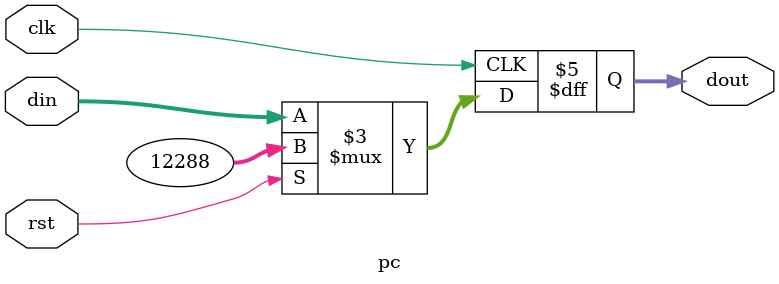
<source format=v>
module pc(clk,rst,din,dout);

    input clk; // 时钟信号 
    input rst; // 复位信号
    input [31:0] din; // npc计算的下一条指令地址
    output reg [31:0] dout; // 输出当前指令地址

    always@(posedge clk)
        if (rst) dout <= 32'h0000_3000;// pc复位后的初值
        else
            dout <= din; 

endmodule
</source>
